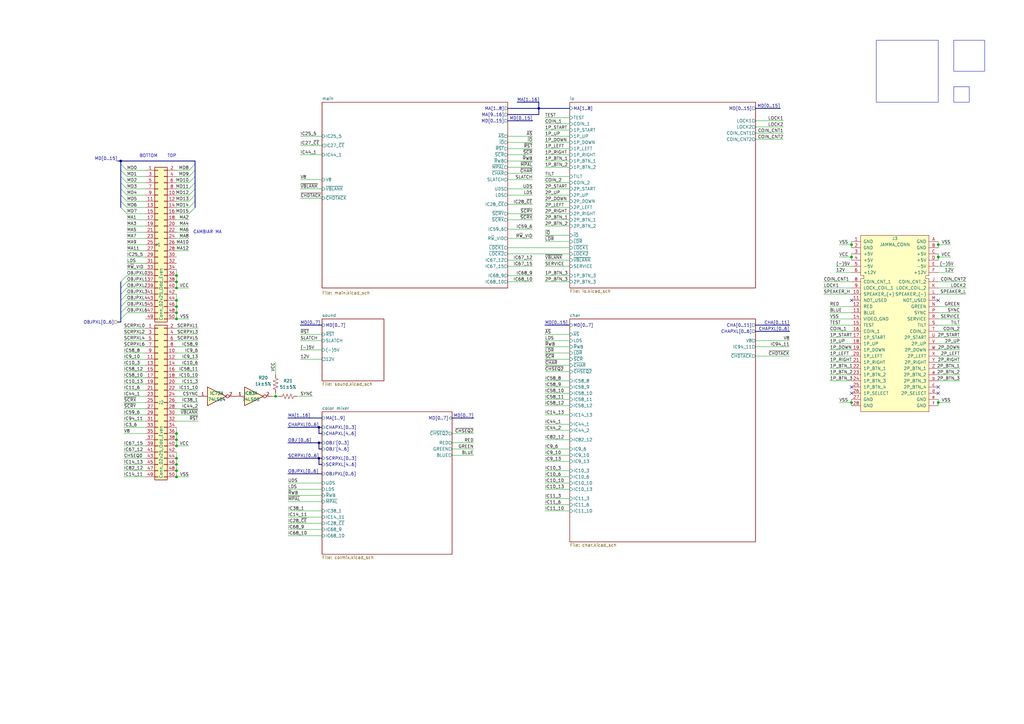
<source format=kicad_sch>
(kicad_sch (version 20231120) (generator "eeschema") (generator_version "8.0")
  (paper "A3")
  (title_block (title "Connectors and subsystems") (company "JOTEGO"))
  (lib_symbols
    (symbol "74xx:74LS05" (pin_names (offset 1.016))
      (property "Reference" "U" (at 0 1.27 0))
      (property "Value" "74LS05" (at 0 -1.27 0))
      (symbol "74LS05_1_0"
        (pin input line (at -7.62 0 0) (length 3.81) (name "~") (number "1"))
        (pin open_collector inverted (at 7.62 0 180) (length 3.81) (name "~") (number "2"))
      )
      (symbol "74LS05_2_0"
        (pin input line (at -7.62 0 0) (length 3.81) (name "~") (number "3"))
        (pin open_collector inverted (at 7.62 0 180) (length 3.81) (name "~") (number "4"))
      )
      (symbol "74LS05_3_0"
        (pin input line (at -7.62 0 0) (length 3.81) (name "~") (number "5"))
        (pin open_collector inverted (at 7.62 0 180) (length 3.81) (name "~") (number "6"))
      )
      (symbol "74LS05_4_0"
        (pin open_collector inverted (at 7.62 0 180) (length 3.81) (name "~") (number "8"))
        (pin input line (at -7.62 0 0) (length 3.81) (name "~") (number "9"))
      )
      (symbol "74LS05_5_0"
        (pin open_collector inverted (at 7.62 0 180) (length 3.81) (name "~") (number "10"))
        (pin input line (at -7.62 0 0) (length 3.81) (name "~") (number "11"))
      )
      (symbol "74LS05_6_0"
        (pin open_collector inverted (at 7.62 0 180) (length 3.81) (name "~") (number "12"))
        (pin input line (at -7.62 0 0) (length 3.81) (name "~") (number "13"))
      )
      (symbol "74LS05_7_0"
        (pin power_in line (at 0 12.7 270) (length 5.08) (name "VCC") (number "14"))
        (pin power_in line (at 0 -12.7 90) (length 5.08) (name "GND") (number "7"))
      )
    )
    (symbol "Connector_Generic:Conn_02x25_Odd_Even" (pin_names (offset 1.016) hide)
      (property "Reference" "J" (at 1.27 33.02 0))
      (property "Value" "Conn_02x25_Odd_Even" (at 1.27 -33.02 0))
      (symbol "Conn_02x25_Odd_Even_1_1"
        (pin passive line (at -5.08 30.48 0) (length 3.81) (name "Pin_1") (number "1"))
        (pin passive line (at 7.62 20.32 180) (length 3.81) (name "Pin_10") (number "10"))
        (pin passive line (at -5.08 17.78 0) (length 3.81) (name "Pin_11") (number "11"))
        (pin passive line (at 7.62 17.78 180) (length 3.81) (name "Pin_12") (number "12"))
        (pin passive line (at -5.08 15.24 0) (length 3.81) (name "Pin_13") (number "13"))
        (pin passive line (at 7.62 15.24 180) (length 3.81) (name "Pin_14") (number "14"))
        (pin passive line (at -5.08 12.7 0) (length 3.81) (name "Pin_15") (number "15"))
        (pin passive line (at 7.62 12.7 180) (length 3.81) (name "Pin_16") (number "16"))
        (pin passive line (at -5.08 10.16 0) (length 3.81) (name "Pin_17") (number "17"))
        (pin passive line (at 7.62 10.16 180) (length 3.81) (name "Pin_18") (number "18"))
        (pin passive line (at -5.08 7.62 0) (length 3.81) (name "Pin_19") (number "19"))
        (pin passive line (at 7.62 30.48 180) (length 3.81) (name "Pin_2") (number "2"))
        (pin passive line (at 7.62 7.62 180) (length 3.81) (name "Pin_20") (number "20"))
        (pin passive line (at -5.08 5.08 0) (length 3.81) (name "Pin_21") (number "21"))
        (pin passive line (at 7.62 5.08 180) (length 3.81) (name "Pin_22") (number "22"))
        (pin passive line (at -5.08 2.54 0) (length 3.81) (name "Pin_23") (number "23"))
        (pin passive line (at 7.62 2.54 180) (length 3.81) (name "Pin_24") (number "24"))
        (pin passive line (at -5.08 0 0) (length 3.81) (name "Pin_25") (number "25"))
        (pin passive line (at 7.62 0 180) (length 3.81) (name "Pin_26") (number "26"))
        (pin passive line (at -5.08 -2.54 0) (length 3.81) (name "Pin_27") (number "27"))
        (pin passive line (at 7.62 -2.54 180) (length 3.81) (name "Pin_28") (number "28"))
        (pin passive line (at -5.08 -5.08 0) (length 3.81) (name "Pin_29") (number "29"))
        (pin passive line (at -5.08 27.94 0) (length 3.81) (name "Pin_3") (number "3"))
        (pin passive line (at 7.62 -5.08 180) (length 3.81) (name "Pin_30") (number "30"))
        (pin passive line (at -5.08 -7.62 0) (length 3.81) (name "Pin_31") (number "31"))
        (pin passive line (at 7.62 -7.62 180) (length 3.81) (name "Pin_32") (number "32"))
        (pin passive line (at -5.08 -10.16 0) (length 3.81) (name "Pin_33") (number "33"))
        (pin passive line (at 7.62 -10.16 180) (length 3.81) (name "Pin_34") (number "34"))
        (pin passive line (at -5.08 -12.7 0) (length 3.81) (name "Pin_35") (number "35"))
        (pin passive line (at 7.62 -12.7 180) (length 3.81) (name "Pin_36") (number "36"))
        (pin passive line (at -5.08 -15.24 0) (length 3.81) (name "Pin_37") (number "37"))
        (pin passive line (at 7.62 -15.24 180) (length 3.81) (name "Pin_38") (number "38"))
        (pin passive line (at -5.08 -17.78 0) (length 3.81) (name "Pin_39") (number "39"))
        (pin passive line (at 7.62 27.94 180) (length 3.81) (name "Pin_4") (number "4"))
        (pin passive line (at 7.62 -17.78 180) (length 3.81) (name "Pin_40") (number "40"))
        (pin passive line (at -5.08 -20.32 0) (length 3.81) (name "Pin_41") (number "41"))
        (pin passive line (at 7.62 -20.32 180) (length 3.81) (name "Pin_42") (number "42"))
        (pin passive line (at -5.08 -22.86 0) (length 3.81) (name "Pin_43") (number "43"))
        (pin passive line (at 7.62 -22.86 180) (length 3.81) (name "Pin_44") (number "44"))
        (pin passive line (at -5.08 -25.4 0) (length 3.81) (name "Pin_45") (number "45"))
        (pin passive line (at 7.62 -25.4 180) (length 3.81) (name "Pin_46") (number "46"))
        (pin passive line (at -5.08 -27.94 0) (length 3.81) (name "Pin_47") (number "47"))
        (pin passive line (at 7.62 -27.94 180) (length 3.81) (name "Pin_48") (number "48"))
        (pin passive line (at -5.08 -30.48 0) (length 3.81) (name "Pin_49") (number "49"))
        (pin passive line (at -5.08 25.4 0) (length 3.81) (name "Pin_5") (number "5"))
        (pin passive line (at 7.62 -30.48 180) (length 3.81) (name "Pin_50") (number "50"))
        (pin passive line (at 7.62 25.4 180) (length 3.81) (name "Pin_6") (number "6"))
        (pin passive line (at -5.08 22.86 0) (length 3.81) (name "Pin_7") (number "7"))
        (pin passive line (at 7.62 22.86 180) (length 3.81) (name "Pin_8") (number "8"))
        (pin passive line (at -5.08 20.32 0) (length 3.81) (name "Pin_9") (number "9"))
      )
    )
    (symbol "Device:R_US" (pin_numbers hide) (pin_names (offset 0))
      (property "Reference" "R" (at 2.54 0 90))
      (property "Value" "R_US" (at -2.54 0 90))
      (symbol "R_US_1_1"
        (pin passive line (at 0 3.81 270) (length 1.27) (name "~") (number "1"))
        (pin passive line (at 0 -3.81 90) (length 1.27) (name "~") (number "2"))
      )
    )
    (symbol "arcade:JAMMA_CONN" (pin_names (offset 1.016))
      (property "Value" "JAMMA_CONN" (at 13.97 1.27 0))
      (symbol "JAMMA_CONN_1_1"
        (pin passive line (at -3.81 -2.54 0) (length 3.81) (name "GND") (number "1"))
        (pin input line (at -3.81 -24.13 0) (length 3.81) (name "SPEAKER_(+)") (number "10"))
        (pin unspecified line (at -3.81 -26.67 0) (length 3.81) (name "NOT_USED") (number "11"))
        (pin input line (at -3.81 -29.21 0) (length 3.81) (name "RED") (number "12"))
        (pin input line (at -3.81 -31.75 0) (length 3.81) (name "BLUE") (number "13"))
        (pin passive line (at -3.81 -34.29 0) (length 3.81) (name "VIDEO_GND") (number "14"))
        (pin input line (at -3.81 -36.83 0) (length 3.81) (name "TEST") (number "15"))
        (pin input line (at -3.81 -39.37 0) (length 3.81) (name "COIN_1") (number "16"))
        (pin input line (at -3.81 -41.91 0) (length 3.81) (name "1P_START") (number "17"))
        (pin input line (at -3.81 -44.45 0) (length 3.81) (name "1P_UP") (number "18"))
        (pin input line (at -3.81 -46.99 0) (length 3.81) (name "1P_DOWN") (number "19"))
        (pin passive line (at -3.81 -5.08 0) (length 3.81) (name "GND") (number "2"))
        (pin input line (at -3.81 -49.53 0) (length 3.81) (name "1P_LEFT") (number "20"))
        (pin input line (at -3.81 -52.07 0) (length 3.81) (name "1P_RIGHT") (number "21"))
        (pin input line (at -3.81 -54.61 0) (length 3.81) (name "1P_BTN_1") (number "22"))
        (pin input line (at -3.81 -57.15 0) (length 3.81) (name "1P_BTN_2") (number "23"))
        (pin input line (at -3.81 -59.69 0) (length 3.81) (name "1P_BTN_3") (number "24"))
        (pin input line (at -3.81 -62.23 0) (length 3.81) (name "1P_BTN_4") (number "25"))
        (pin input line (at -3.81 -64.77 0) (length 3.81) (name "1P_SELECT") (number "26"))
        (pin passive line (at -3.81 -67.31 0) (length 3.81) (name "GND") (number "27"))
        (pin passive line (at -3.81 -69.85 0) (length 3.81) (name "GND") (number "28"))
        (pin passive line (at -3.81 -7.62 0) (length 3.81) (name "+5V") (number "3"))
        (pin passive line (at -3.81 -10.16 0) (length 3.81) (name "+5V") (number "4"))
        (pin passive line (at -3.81 -12.7 0) (length 3.81) (name "-5V") (number "5"))
        (pin passive line (at -3.81 -15.24 0) (length 3.81) (name "+12V") (number "6"))
        (pin passive line (at -3.81 -19.05 0) (length 3.81) (name "COIN_CNT_1") (number "8"))
        (pin input line (at -3.81 -21.59 0) (length 3.81) (name "LOCK_COIL_1") (number "9"))
        (pin passive line (at 31.75 -2.54 180) (length 3.81) (name "GND") (number "A"))
        (pin passive line (at 31.75 -5.08 180) (length 3.81) (name "GND") (number "B"))
        (pin passive line (at 31.75 -7.62 180) (length 3.81) (name "+5V") (number "C"))
        (pin passive line (at 31.75 -10.16 180) (length 3.81) (name "+5V") (number "D"))
        (pin passive line (at 31.75 -12.7 180) (length 3.81) (name "-5V") (number "E"))
        (pin passive line (at 31.75 -15.24 180) (length 3.81) (name "+12V") (number "F"))
        (pin passive line (at 31.75 -19.05 180) (length 3.81) (name "COIN_CNT_2") (number "J"))
        (pin input line (at 31.75 -21.59 180) (length 3.81) (name "LOCK_COIL_2") (number "K"))
        (pin input line (at 31.75 -24.13 180) (length 3.81) (name "SPEAKER_(-)") (number "L"))
        (pin unspecified line (at 31.75 -26.67 180) (length 3.81) (name "NOT_USED") (number "M"))
        (pin input line (at 31.75 -29.21 180) (length 3.81) (name "GREEN") (number "N"))
        (pin input line (at 31.75 -31.75 180) (length 3.81) (name "SYNC") (number "P"))
        (pin input line (at 31.75 -34.29 180) (length 3.81) (name "SERVICE") (number "R"))
        (pin input line (at 31.75 -36.83 180) (length 3.81) (name "TILT") (number "S"))
        (pin input line (at 31.75 -39.37 180) (length 3.81) (name "COIN_2") (number "T"))
        (pin input line (at 31.75 -41.91 180) (length 3.81) (name "2P_START") (number "U"))
        (pin input line (at 31.75 -44.45 180) (length 3.81) (name "2P_UP") (number "V"))
        (pin input line (at 31.75 -46.99 180) (length 3.81) (name "2P_DOWN") (number "W"))
        (pin input line (at 31.75 -49.53 180) (length 3.81) (name "2P_LEFT") (number "X"))
        (pin input line (at 31.75 -52.07 180) (length 3.81) (name "2P_RIGHT") (number "Y"))
        (pin input line (at 31.75 -54.61 180) (length 3.81) (name "2P_BTN_1") (number "Z"))
        (pin input line (at 31.75 -57.15 180) (length 3.81) (name "2P_BTN_2") (number "a"))
        (pin input line (at 31.75 -59.69 180) (length 3.81) (name "2P_BTN_3") (number "b"))
        (pin input line (at 31.75 -62.23 180) (length 3.81) (name "2P_BTN_4") (number "c"))
        (pin input line (at 31.75 -64.77 180) (length 3.81) (name "2P_SELECT") (number "d"))
        (pin passive line (at 31.75 -67.31 180) (length 3.81) (name "GND") (number "e"))
        (pin passive line (at 31.75 -69.85 180) (length 3.81) (name "GND") (number "f"))
      )
    )
    (symbol "jt74:74LS04" (pin_names (offset 1.016))
      (property "Reference" "U" (at 0 1.27 0))
      (property "Value" "74LS04" (at 0 -1.27 0))
      (symbol "74LS04_1_0"
        (pin input line (at -7.62 0 0) (length 3.81) (name "~") (number "1"))
        (pin output inverted (at 7.62 0 180) (length 3.81) (name "~") (number "2"))
      )
      (symbol "74LS04_2_0"
        (pin input line (at -7.62 0 0) (length 3.81) (name "~") (number "3"))
        (pin output inverted (at 7.62 0 180) (length 3.81) (name "~") (number "4"))
      )
      (symbol "74LS04_3_0"
        (pin input line (at -7.62 0 0) (length 3.81) (name "~") (number "5"))
        (pin output inverted (at 7.62 0 180) (length 3.81) (name "~") (number "6"))
      )
      (symbol "74LS04_4_0"
        (pin output inverted (at 7.62 0 180) (length 3.81) (name "~") (number "8"))
        (pin input line (at -7.62 0 0) (length 3.81) (name "~") (number "9"))
      )
      (symbol "74LS04_5_0"
        (pin output inverted (at 7.62 0 180) (length 3.81) (name "~") (number "10"))
        (pin input line (at -7.62 0 0) (length 3.81) (name "~") (number "11"))
      )
      (symbol "74LS04_6_0"
        (pin output inverted (at 7.62 0 180) (length 3.81) (name "~") (number "12"))
        (pin input line (at -7.62 0 0) (length 3.81) (name "~") (number "13"))
      )
      (symbol "74LS04_7_0"
        (pin power_in line (at 0 7.62 270) (length 5.08) hide (name "VCC") (number "14"))
        (pin power_in line (at 0 -7.62 90) (length 5.08) hide (name "VSS") (number "7"))
      )
    )
  )
  (junction (at 72.39 182.88))
  (junction (at 72.39 125.73))
  (junction (at 384.81 105.41))
  (junction (at 72.39 123.19))
  (junction (at 49.53 66.04))
  (junction (at 130.81 187.96))
  (junction (at 72.39 115.57))
  (junction (at 72.39 177.8))
  (junction (at 72.39 113.03))
  (junction (at 349.25 105.41))
  (junction (at 72.39 180.34))
  (junction (at 113.03 162.56))
  (junction (at 349.25 100.33))
  (junction (at 72.39 187.96))
  (junction (at 220.98 44.45))
  (junction (at 72.39 130.81))
  (junction (at 130.81 175.26))
  (junction (at 349.25 165.1))
  (junction (at 72.39 190.5))
  (junction (at 130.81 181.61))
  (junction (at 72.39 193.04))
  (junction (at 72.39 118.11))
  (junction (at 72.39 128.27))
  (junction (at 384.81 100.33))
  (junction (at 72.39 195.58))
  (junction (at 384.81 165.1))
  (no_connect (at 384.81 158.75))
  (no_connect (at 384.81 123.19))
  (no_connect (at 349.25 123.19))
  (no_connect (at 349.25 161.29))
  (no_connect (at 349.25 158.75))
  (no_connect (at 384.81 161.29))
  (bus_entry (at 80.01 72.39) (size -2.54 2.54))
  (bus_entry (at 80.01 69.85) (size -2.54 2.54))
  (bus_entry (at 49.53 69.85) (size 2.54 2.54))
  (bus_entry (at 52.07 113.03) (size -2.54 2.54))
  (bus_entry (at 52.07 115.57) (size -2.54 2.54))
  (bus_entry (at 49.53 74.93) (size 2.54 2.54))
  (bus_entry (at 49.53 80.01) (size 2.54 2.54))
  (bus_entry (at 80.01 77.47) (size -2.54 2.54))
  (bus_entry (at 80.01 67.31) (size -2.54 2.54))
  (bus_entry (at 80.01 82.55) (size -2.54 2.54))
  (bus_entry (at 49.53 72.39) (size 2.54 2.54))
  (bus_entry (at 49.53 82.55) (size 2.54 2.54))
  (bus_entry (at 52.07 120.65) (size -2.54 2.54))
  (bus_entry (at 52.07 123.19) (size -2.54 2.54))
  (bus_entry (at 49.53 85.09) (size 2.54 2.54))
  (bus_entry (at 49.53 67.31) (size 2.54 2.54))
  (bus_entry (at 80.01 74.93) (size -2.54 2.54))
  (bus_entry (at 80.01 85.09) (size -2.54 2.54))
  (bus_entry (at 52.07 118.11) (size -2.54 2.54))
  (bus_entry (at 49.53 77.47) (size 2.54 2.54))
  (bus_entry (at 80.01 80.01) (size -2.54 2.54))
  (bus_entry (at 52.07 128.27) (size -2.54 2.54))
  (bus_entry (at 52.07 125.73) (size -2.54 2.54))
  (wire (pts (xy 50.8 170.18) (xy 59.69 170.18)))
  (wire (pts (xy 52.07 97.79) (xy 59.69 97.79)))
  (wire (pts (xy 340.36 133.35) (xy 349.25 133.35)))
  (bus (pts (xy 218.44 49.53) (xy 208.28 49.53)))
  (bus (pts (xy 80.01 74.93) (xy 80.01 77.47)))
  (wire (pts (xy 218.44 83.82) (xy 208.28 83.82)))
  (wire (pts (xy 118.11 203.2) (xy 132.08 203.2)))
  (wire (pts (xy 81.28 134.62) (xy 72.39 134.62)))
  (wire (pts (xy 50.8 175.26) (xy 59.69 175.26)))
  (wire (pts (xy 218.44 68.58) (xy 208.28 68.58)))
  (wire (pts (xy 223.52 80.01) (xy 233.68 80.01)))
  (wire (pts (xy 72.39 102.87) (xy 77.47 102.87)))
  (wire (pts (xy 223.52 137.16) (xy 233.68 137.16)))
  (wire (pts (xy 223.52 68.58) (xy 233.68 68.58)))
  (wire (pts (xy 50.8 172.72) (xy 59.69 172.72)))
  (bus (pts (xy 323.85 133.35) (xy 309.88 133.35)))
  (wire (pts (xy 340.36 151.13) (xy 349.25 151.13)))
  (wire (pts (xy 72.39 82.55) (xy 77.47 82.55)))
  (wire (pts (xy 218.44 90.17) (xy 208.28 90.17)))
  (wire (pts (xy 72.39 190.5) (xy 72.39 193.04)))
  (wire (pts (xy 72.39 110.49) (xy 72.39 113.03)))
  (wire (pts (xy 309.88 146.05) (xy 323.85 146.05)))
  (wire (pts (xy 223.52 144.78) (xy 233.68 144.78)))
  (wire (pts (xy 72.39 187.96) (xy 72.39 190.5)))
  (wire (pts (xy 72.39 118.11) (xy 72.39 115.57)))
  (wire (pts (xy 194.31 177.8) (xy 185.42 177.8)))
  (wire (pts (xy 223.52 58.42) (xy 233.68 58.42)))
  (wire (pts (xy 113.03 162.56) (xy 113.03 161.29)))
  (wire (pts (xy 50.8 137.16) (xy 59.69 137.16)))
  (wire (pts (xy 349.25 165.1) (xy 344.17 165.1)))
  (wire (pts (xy 128.27 162.56) (xy 121.92 162.56)))
  (bus (pts (xy 118.11 175.26) (xy 130.81 175.26)))
  (wire (pts (xy 72.39 128.27) (xy 72.39 125.73)))
  (bus (pts (xy 130.81 175.26) (xy 132.08 175.26)))
  (wire (pts (xy 396.24 120.65) (xy 384.81 120.65)))
  (wire (pts (xy 123.19 63.5) (xy 132.08 63.5)))
  (wire (pts (xy 223.52 106.68) (xy 233.68 106.68)))
  (wire (pts (xy 223.52 161.29) (xy 233.68 161.29)))
  (bus (pts (xy 49.53 67.31) (xy 49.53 69.85)))
  (wire (pts (xy 72.39 90.17) (xy 77.47 90.17)))
  (wire (pts (xy 321.31 57.15) (xy 309.88 57.15)))
  (wire (pts (xy 223.52 147.32) (xy 233.68 147.32)))
  (wire (pts (xy 218.44 113.03) (xy 208.28 113.03)))
  (wire (pts (xy 52.07 100.33) (xy 59.69 100.33)))
  (bus (pts (xy 132.08 171.45) (xy 118.11 171.45)))
  (wire (pts (xy 81.28 170.18) (xy 72.39 170.18)))
  (wire (pts (xy 123.19 55.88) (xy 132.08 55.88)))
  (wire (pts (xy 393.7 133.35) (xy 384.81 133.35)))
  (wire (pts (xy 50.8 193.04) (xy 59.69 193.04)))
  (bus (pts (xy 49.53 123.19) (xy 49.53 125.73)))
  (bus (pts (xy 194.31 171.45) (xy 185.42 171.45)))
  (wire (pts (xy 384.81 165.1) (xy 389.89 165.1)))
  (wire (pts (xy 81.28 142.24) (xy 72.39 142.24)))
  (wire (pts (xy 218.44 55.88) (xy 208.28 55.88)))
  (wire (pts (xy 384.81 165.1) (xy 384.81 163.83)))
  (wire (pts (xy 393.7 138.43) (xy 384.81 138.43)))
  (wire (pts (xy 218.44 71.12) (xy 208.28 71.12)))
  (wire (pts (xy 223.52 207.01) (xy 233.68 207.01)))
  (bus (pts (xy 80.01 67.31) (xy 80.01 69.85)))
  (wire (pts (xy 223.52 173.99) (xy 233.68 173.99)))
  (wire (pts (xy 396.24 118.11) (xy 384.81 118.11)))
  (wire (pts (xy 50.8 157.48) (xy 59.69 157.48)))
  (wire (pts (xy 223.52 55.88) (xy 233.68 55.88)))
  (wire (pts (xy 349.25 163.83) (xy 349.25 165.1)))
  (wire (pts (xy 223.52 170.18) (xy 233.68 170.18)))
  (wire (pts (xy 337.82 115.57) (xy 349.25 115.57)))
  (wire (pts (xy 337.82 118.11) (xy 349.25 118.11)))
  (wire (pts (xy 340.36 128.27) (xy 349.25 128.27)))
  (wire (pts (xy 384.81 130.81) (xy 393.7 130.81)))
  (wire (pts (xy 223.52 115.57) (xy 233.68 115.57)))
  (wire (pts (xy 223.52 198.12) (xy 233.68 198.12)))
  (wire (pts (xy 72.39 182.88) (xy 77.47 182.88)))
  (wire (pts (xy 81.28 144.78) (xy 72.39 144.78)))
  (bus (pts (xy 130.81 177.8) (xy 130.81 175.26)))
  (wire (pts (xy 223.52 66.04) (xy 233.68 66.04)))
  (wire (pts (xy 72.39 72.39) (xy 77.47 72.39)))
  (wire (pts (xy 340.36 125.73) (xy 349.25 125.73)))
  (wire (pts (xy 72.39 123.19) (xy 72.39 125.73)))
  (wire (pts (xy 72.39 193.04) (xy 72.39 195.58)))
  (wire (pts (xy 223.52 109.22) (xy 233.68 109.22)))
  (wire (pts (xy 384.81 109.22) (xy 391.16 109.22)))
  (wire (pts (xy 118.11 214.63) (xy 132.08 214.63)))
  (wire (pts (xy 349.25 99.06) (xy 349.25 100.33)))
  (wire (pts (xy 384.81 104.14) (xy 384.81 105.41)))
  (wire (pts (xy 349.25 100.33) (xy 344.17 100.33)))
  (wire (pts (xy 223.52 48.26) (xy 233.68 48.26)))
  (wire (pts (xy 72.39 95.25) (xy 77.47 95.25)))
  (wire (pts (xy 50.8 177.8) (xy 59.69 177.8)))
  (wire (pts (xy 123.19 147.32) (xy 132.08 147.32)))
  (wire (pts (xy 223.52 156.21) (xy 233.68 156.21)))
  (wire (pts (xy 59.69 82.55) (xy 52.07 82.55)))
  (bus (pts (xy 49.53 66.04) (xy 80.01 66.04)))
  (wire (pts (xy 59.69 85.09) (xy 52.07 85.09)))
  (wire (pts (xy 50.8 162.56) (xy 59.69 162.56)))
  (bus (pts (xy 80.01 69.85) (xy 80.01 72.39)))
  (wire (pts (xy 59.69 69.85) (xy 52.07 69.85)))
  (bus (pts (xy 49.53 115.57) (xy 49.53 118.11)))
  (bus (pts (xy 132.08 190.5) (xy 130.81 190.5)))
  (wire (pts (xy 50.8 182.88) (xy 59.69 182.88)))
  (wire (pts (xy 72.39 180.34) (xy 72.39 182.88)))
  (wire (pts (xy 72.39 118.11) (xy 77.47 118.11)))
  (bus (pts (xy 208.28 46.99) (xy 220.98 46.99)))
  (wire (pts (xy 349.25 105.41) (xy 349.25 106.68)))
  (wire (pts (xy 81.28 162.56) (xy 72.39 162.56)))
  (wire (pts (xy 81.28 149.86) (xy 72.39 149.86)))
  (wire (pts (xy 72.39 97.79) (xy 77.47 97.79)))
  (bus (pts (xy 130.81 184.15) (xy 130.81 181.61)))
  (bus (pts (xy 130.81 190.5) (xy 130.81 187.96)))
  (wire (pts (xy 384.81 100.33) (xy 384.81 101.6)))
  (wire (pts (xy 218.44 87.63) (xy 208.28 87.63)))
  (bus (pts (xy 49.53 80.01) (xy 49.53 82.55)))
  (wire (pts (xy 340.36 140.97) (xy 349.25 140.97)))
  (wire (pts (xy 223.52 204.47) (xy 233.68 204.47)))
  (wire (pts (xy 393.7 148.59) (xy 384.81 148.59)))
  (bus (pts (xy 49.53 82.55) (xy 49.53 85.09)))
  (wire (pts (xy 81.28 137.16) (xy 72.39 137.16)))
  (wire (pts (xy 81.28 152.4) (xy 72.39 152.4)))
  (wire (pts (xy 50.8 160.02) (xy 59.69 160.02)))
  (wire (pts (xy 223.52 139.7) (xy 233.68 139.7)))
  (bus (pts (xy 80.01 77.47) (xy 80.01 80.01)))
  (bus (pts (xy 49.53 69.85) (xy 49.53 72.39)))
  (wire (pts (xy 52.07 125.73) (xy 59.69 125.73)))
  (wire (pts (xy 50.8 185.42) (xy 59.69 185.42)))
  (wire (pts (xy 72.39 185.42) (xy 72.39 187.96)))
  (wire (pts (xy 223.52 85.09) (xy 233.68 85.09)))
  (wire (pts (xy 123.19 81.28) (xy 132.08 81.28)))
  (wire (pts (xy 72.39 92.71) (xy 77.47 92.71)))
  (wire (pts (xy 223.52 176.53) (xy 233.68 176.53)))
  (wire (pts (xy 340.36 135.89) (xy 349.25 135.89)))
  (wire (pts (xy 223.52 90.17) (xy 233.68 90.17)))
  (wire (pts (xy 340.36 138.43) (xy 349.25 138.43)))
  (wire (pts (xy 52.07 113.03) (xy 59.69 113.03)))
  (wire (pts (xy 223.52 158.75) (xy 233.68 158.75)))
  (wire (pts (xy 349.25 165.1) (xy 349.25 166.37)))
  (wire (pts (xy 393.7 153.67) (xy 384.81 153.67)))
  (wire (pts (xy 81.28 139.7) (xy 72.39 139.7)))
  (wire (pts (xy 309.88 139.7) (xy 323.85 139.7)))
  (bus (pts (xy 49.53 77.47) (xy 49.53 80.01)))
  (bus (pts (xy 49.53 130.81) (xy 49.53 132.08)))
  (wire (pts (xy 118.11 217.17) (xy 132.08 217.17)))
  (bus (pts (xy 132.08 177.8) (xy 130.81 177.8)))
  (wire (pts (xy 132.08 143.51) (xy 123.19 143.51)))
  (wire (pts (xy 384.81 105.41) (xy 384.81 106.68)))
  (wire (pts (xy 52.07 107.95) (xy 59.69 107.95)))
  (wire (pts (xy 50.8 190.5) (xy 59.69 190.5)))
  (wire (pts (xy 59.69 77.47) (xy 52.07 77.47)))
  (wire (pts (xy 393.7 140.97) (xy 384.81 140.97)))
  (wire (pts (xy 123.19 77.47) (xy 132.08 77.47)))
  (wire (pts (xy 132.08 200.66) (xy 118.11 200.66)))
  (wire (pts (xy 223.52 142.24) (xy 233.68 142.24)))
  (bus (pts (xy 220.98 44.45) (xy 233.68 44.45)))
  (wire (pts (xy 208.28 104.14) (xy 233.68 104.14)))
  (wire (pts (xy 52.07 95.25) (xy 59.69 95.25)))
  (wire (pts (xy 349.25 104.14) (xy 349.25 105.41)))
  (wire (pts (xy 59.69 72.39) (xy 52.07 72.39)))
  (wire (pts (xy 52.07 90.17) (xy 59.69 90.17)))
  (wire (pts (xy 72.39 74.93) (xy 77.47 74.93)))
  (wire (pts (xy 72.39 130.81) (xy 77.47 130.81)))
  (wire (pts (xy 384.81 166.37) (xy 384.81 165.1)))
  (wire (pts (xy 113.03 162.56) (xy 114.3 162.56)))
  (wire (pts (xy 223.52 200.66) (xy 233.68 200.66)))
  (wire (pts (xy 50.8 149.86) (xy 59.69 149.86)))
  (wire (pts (xy 72.39 175.26) (xy 72.39 177.8)))
  (bus (pts (xy 118.11 187.96) (xy 130.81 187.96)))
  (wire (pts (xy 208.28 80.01) (xy 218.44 80.01)))
  (wire (pts (xy 223.52 152.4) (xy 233.68 152.4)))
  (wire (pts (xy 72.39 77.47) (xy 77.47 77.47)))
  (wire (pts (xy 72.39 87.63) (xy 77.47 87.63)))
  (wire (pts (xy 218.44 109.22) (xy 208.28 109.22)))
  (bus (pts (xy 80.01 82.55) (xy 80.01 85.09)))
  (bus (pts (xy 130.81 187.96) (xy 132.08 187.96)))
  (wire (pts (xy 223.52 82.55) (xy 233.68 82.55)))
  (wire (pts (xy 223.52 53.34) (xy 233.68 53.34)))
  (wire (pts (xy 218.44 97.79) (xy 208.28 97.79)))
  (bus (pts (xy 80.01 72.39) (xy 80.01 74.93)))
  (wire (pts (xy 321.31 54.61) (xy 309.88 54.61)))
  (wire (pts (xy 223.52 77.47) (xy 233.68 77.47)))
  (wire (pts (xy 52.07 105.41) (xy 59.69 105.41)))
  (wire (pts (xy 118.11 219.71) (xy 132.08 219.71)))
  (wire (pts (xy 223.52 72.39) (xy 233.68 72.39)))
  (wire (pts (xy 321.31 52.07) (xy 309.88 52.07)))
  (wire (pts (xy 384.81 100.33) (xy 389.89 100.33)))
  (wire (pts (xy 52.07 110.49) (xy 59.69 110.49)))
  (wire (pts (xy 50.8 167.64) (xy 59.69 167.64)))
  (bus (pts (xy 48.26 132.08) (xy 49.53 132.08)))
  (wire (pts (xy 118.11 205.74) (xy 132.08 205.74)))
  (wire (pts (xy 340.36 146.05) (xy 349.25 146.05)))
  (wire (pts (xy 340.36 143.51) (xy 349.25 143.51)))
  (wire (pts (xy 123.19 139.7) (xy 132.08 139.7)))
  (wire (pts (xy 81.28 172.72) (xy 72.39 172.72)))
  (wire (pts (xy 223.52 113.03) (xy 233.68 113.03)))
  (bus (pts (xy 49.53 128.27) (xy 49.53 130.81)))
  (wire (pts (xy 223.52 50.8) (xy 233.68 50.8)))
  (wire (pts (xy 393.7 128.27) (xy 384.81 128.27)))
  (bus (pts (xy 49.53 120.65) (xy 49.53 123.19)))
  (wire (pts (xy 223.52 195.58) (xy 233.68 195.58)))
  (bus (pts (xy 49.53 72.39) (xy 49.53 74.93)))
  (wire (pts (xy 123.19 73.66) (xy 132.08 73.66)))
  (wire (pts (xy 81.28 154.94) (xy 72.39 154.94)))
  (wire (pts (xy 223.52 186.69) (xy 233.68 186.69)))
  (wire (pts (xy 59.69 74.93) (xy 52.07 74.93)))
  (wire (pts (xy 223.52 87.63) (xy 233.68 87.63)))
  (wire (pts (xy 223.52 184.15) (xy 233.68 184.15)))
  (bus (pts (xy 132.08 184.15) (xy 130.81 184.15)))
  (wire (pts (xy 223.52 92.71) (xy 233.68 92.71)))
  (wire (pts (xy 223.52 189.23) (xy 233.68 189.23)))
  (bus (pts (xy 220.98 46.99) (xy 220.98 44.45)))
  (wire (pts (xy 81.28 157.48) (xy 72.39 157.48)))
  (wire (pts (xy 50.8 142.24) (xy 59.69 142.24)))
  (wire (pts (xy 72.39 80.01) (xy 77.47 80.01)))
  (wire (pts (xy 223.52 166.37) (xy 233.68 166.37)))
  (wire (pts (xy 72.39 177.8) (xy 72.39 180.34)))
  (bus (pts (xy 212.09 41.91) (xy 220.98 41.91)))
  (wire (pts (xy 194.31 186.69) (xy 185.42 186.69)))
  (wire (pts (xy 218.44 106.68) (xy 208.28 106.68)))
  (wire (pts (xy 393.7 156.21) (xy 384.81 156.21)))
  (wire (pts (xy 349.25 109.22) (xy 342.9 109.22)))
  (wire (pts (xy 118.11 212.09) (xy 132.08 212.09)))
  (wire (pts (xy 384.81 99.06) (xy 384.81 100.33)))
  (wire (pts (xy 223.52 60.96) (xy 233.68 60.96)))
  (wire (pts (xy 72.39 69.85) (xy 77.47 69.85)))
  (bus (pts (xy 118.11 181.61) (xy 130.81 181.61)))
  (wire (pts (xy 340.36 156.21) (xy 349.25 156.21)))
  (bus (pts (xy 220.98 44.45) (xy 208.28 44.45)))
  (wire (pts (xy 218.44 58.42) (xy 208.28 58.42)))
  (wire (pts (xy 396.24 115.57) (xy 384.81 115.57)))
  (wire (pts (xy 393.7 146.05) (xy 384.81 146.05)))
  (bus (pts (xy 49.53 74.93) (xy 49.53 77.47)))
  (wire (pts (xy 208.28 77.47) (xy 218.44 77.47)))
  (wire (pts (xy 223.52 63.5) (xy 233.68 63.5)))
  (wire (pts (xy 321.31 49.53) (xy 309.88 49.53)))
  (wire (pts (xy 50.8 147.32) (xy 59.69 147.32)))
  (wire (pts (xy 349.25 100.33) (xy 349.25 101.6)))
  (wire (pts (xy 72.39 85.09) (xy 77.47 85.09)))
  (wire (pts (xy 52.07 87.63) (xy 59.69 87.63)))
  (wire (pts (xy 223.52 163.83) (xy 233.68 163.83)))
  (wire (pts (xy 52.07 115.57) (xy 59.69 115.57)))
  (wire (pts (xy 223.52 209.55) (xy 233.68 209.55)))
  (wire (pts (xy 194.31 184.15) (xy 185.42 184.15)))
  (bus (pts (xy 123.19 133.35) (xy 132.08 133.35)))
  (wire (pts (xy 194.31 181.61) (xy 185.42 181.61)))
  (wire (pts (xy 218.44 115.57) (xy 208.28 115.57)))
  (wire (pts (xy 309.88 142.24) (xy 323.85 142.24)))
  (wire (pts (xy 50.8 144.78) (xy 59.69 144.78)))
  (wire (pts (xy 59.69 80.01) (xy 52.07 80.01)))
  (wire (pts (xy 52.07 118.11) (xy 59.69 118.11)))
  (wire (pts (xy 393.7 151.13) (xy 384.81 151.13)))
  (wire (pts (xy 50.8 152.4) (xy 59.69 152.4)))
  (wire (pts (xy 223.52 96.52) (xy 233.68 96.52)))
  (bus (pts (xy 49.53 125.73) (xy 49.53 128.27)))
  (wire (pts (xy 81.28 147.32) (xy 72.39 147.32)))
  (wire (pts (xy 113.03 148.59) (xy 113.03 153.67)))
  (wire (pts (xy 340.36 130.81) (xy 349.25 130.81)))
  (wire (pts (xy 340.36 148.59) (xy 349.25 148.59)))
  (wire (pts (xy 52.07 120.65) (xy 59.69 120.65)))
  (wire (pts (xy 132.08 198.12) (xy 118.11 198.12)))
  (wire (pts (xy 218.44 66.04) (xy 208.28 66.04)))
  (wire (pts (xy 393.7 125.73) (xy 384.81 125.73)))
  (wire (pts (xy 208.28 101.6) (xy 233.68 101.6)))
  (bus (pts (xy 80.01 80.01) (xy 80.01 82.55)))
  (wire (pts (xy 52.07 123.19) (xy 59.69 123.19)))
  (wire (pts (xy 337.82 120.65) (xy 349.25 120.65)))
  (wire (pts (xy 223.52 74.93) (xy 233.68 74.93)))
  (wire (pts (xy 50.8 134.62) (xy 59.69 134.62)))
  (wire (pts (xy 52.07 128.27) (xy 59.69 128.27)))
  (wire (pts (xy 349.25 105.41) (xy 344.17 105.41)))
  (wire (pts (xy 52.07 102.87) (xy 59.69 102.87)))
  (wire (pts (xy 223.52 180.34) (xy 233.68 180.34)))
  (wire (pts (xy 123.19 137.16) (xy 132.08 137.16)))
  (bus (pts (xy 48.26 66.04) (xy 49.53 66.04)))
  (wire (pts (xy 123.19 59.69) (xy 132.08 59.69)))
  (wire (pts (xy 72.39 195.58) (xy 77.47 195.58)))
  (bus (pts (xy 80.01 67.31) (xy 80.01 66.04)))
  (wire (pts (xy 223.52 99.06) (xy 233.68 99.06)))
  (wire (pts (xy 223.52 193.04) (xy 233.68 193.04)))
  (wire (pts (xy 391.16 111.76) (xy 384.81 111.76)))
  (wire (pts (xy 50.8 154.94) (xy 59.69 154.94)))
  (wire (pts (xy 218.44 73.66) (xy 208.28 73.66)))
  (bus (pts (xy 49.53 66.04) (xy 49.53 67.31)))
  (wire (pts (xy 218.44 60.96) (xy 208.28 60.96)))
  (wire (pts (xy 72.39 120.65) (xy 72.39 123.19)))
  (wire (pts (xy 81.28 167.64) (xy 72.39 167.64)))
  (wire (pts (xy 340.36 153.67) (xy 349.25 153.67)))
  (wire (pts (xy 81.28 160.02) (xy 72.39 160.02)))
  (wire (pts (xy 72.39 128.27) (xy 72.39 130.81)))
  (bus (pts (xy 132.08 194.31) (xy 118.11 194.31)))
  (wire (pts (xy 50.8 195.58) (xy 59.69 195.58)))
  (wire (pts (xy 72.39 100.33) (xy 77.47 100.33)))
  (bus (pts (xy 49.53 118.11) (xy 49.53 120.65)))
  (wire (pts (xy 223.52 149.86) (xy 233.68 149.86)))
  (wire (pts (xy 342.9 111.76) (xy 349.25 111.76)))
  (wire (pts (xy 393.7 143.51) (xy 384.81 143.51)))
  (wire (pts (xy 384.81 105.41) (xy 389.89 105.41)))
  (wire (pts (xy 50.8 187.96) (xy 59.69 187.96)))
  (wire (pts (xy 81.28 165.1) (xy 72.39 165.1)))
  (wire (pts (xy 118.11 209.55) (xy 132.08 209.55)))
  (wire (pts (xy 393.7 135.89) (xy 384.81 135.89)))
  (wire (pts (xy 218.44 63.5) (xy 208.28 63.5)))
  (wire (pts (xy 218.44 93.98) (xy 208.28 93.98)))
  (bus (pts (xy 223.52 133.35) (xy 233.68 133.35)))
  (bus (pts (xy 320.04 44.45) (xy 309.88 44.45)))
  (wire (pts (xy 50.8 139.7) (xy 59.69 139.7)))
  (bus (pts (xy 130.81 181.61) (xy 132.08 181.61)))
  (wire (pts (xy 50.8 165.1) (xy 59.69 165.1)))
  (wire (pts (xy 52.07 92.71) (xy 59.69 92.71)))
  (bus (pts (xy 220.98 41.91) (xy 220.98 44.45)))
  (bus (pts (xy 323.85 135.89) (xy 309.88 135.89)))
  (wire (pts (xy 113.03 162.56) (xy 111.76 162.56)))
  (wire (pts (xy 72.39 113.03) (xy 72.39 115.57)))
  (rectangle (start 359.41 16.51) (end 384.81 41.91))
  (rectangle (start 391.16 35.56) (end 397.51 41.91))
  (rectangle (start 391.16 16.51) (end 403.86 29.21))
  (text "CAMBIAR MA\n" (at 85.09 95.25 0) (effects (font (size 1.27 1.27))))
  (text "BOTTOM" (at 57.15 64.77 0) (effects (font (size 1.27 1.27)) (justify left bottom)))
  (text "TOP" (at 68.58 64.77 0) (effects (font (size 1.27 1.27)) (justify left bottom)))
  (label "~{SCR}" (at 223.52 147.32 0))
  (label "12V" (at 123.19 147.32 0))
  (label "MD12" (at 77.47 80.01 180))
  (label "IC27_~{CE}" (at 123.19 59.69 0))
  (label "2P_LEFT" (at 223.52 85.09 0))
  (label "2P_RIGHT" (at 223.52 87.63 0))
  (label "MD6" (at 52.07 85.09 0))
  (label "LDS" (at 52.07 107.95 0))
  (label "IC9_10" (at 50.8 147.32 0))
  (label "IC58_12" (at 50.8 152.4 0))
  (label "IC9_6" (at 223.52 184.15 0))
  (label "IC59_6" (at 218.44 93.98 180))
  (label "MD14" (at 77.47 85.09 180))
  (label "2P_RIGHT" (at 393.7 148.59 180))
  (label "IC68_10" (at 118.11 219.71 0))
  (label "GREEN" (at 393.7 125.73 180))
  (label "~{~{VBLANK}}" (at 81.28 170.18 180))
  (label "MA[1..16]" (at 118.11 171.45 0))
  (label "VSS" (at 344.17 100.33 0))
  (label "UDS" (at 218.44 77.47 180))
  (label "SPEAKER_H" (at 337.82 120.65 0))
  (label "IC14_13" (at 50.8 190.5 0))
  (label "BLUE" (at 340.36 128.27 0))
  (label "(-)5V" (at 391.16 109.22 180))
  (label "IC67_15" (at 50.8 182.88 0))
  (label "IC58_9" (at 81.28 142.24 180))
  (label "~{RST}" (at 218.44 60.96 180))
  (label "~{AS}" (at 223.52 137.16 0))
  (label "~{SCRY}" (at 50.8 167.64 0))
  (label "IC58_10" (at 223.52 161.29 0))
  (label "COIN_1" (at 340.36 135.89 0))
  (label "~{CHAR}" (at 223.52 149.86 0))
  (label "R~{W}_VID" (at 218.44 97.79 180))
  (label "LDS" (at 218.44 80.01 180))
  (label "~{CHDTACK}" (at 323.85 146.05 180))
  (label "CHA[0..11]" (at 323.85 133.35 180))
  (label "CHAPXL[0..6]" (at 118.11 175.26 0))
  (label "MA6" (at 77.47 95.25 180))
  (label "IC44_1" (at 123.19 63.5 0))
  (label "IC11_3" (at 81.28 157.48 180))
  (label "MA2" (at 77.47 90.17 180))
  (label "MD4" (at 52.07 80.01 0))
  (label "VCC" (at 113.03 148.59 270))
  (label "IC11_10" (at 81.28 160.02 180))
  (label "2P_START" (at 223.52 77.47 0))
  (label "LOCK1" (at 337.82 118.11 0))
  (label "IC3_6" (at 50.8 175.26 0))
  (label "MD5" (at 52.07 82.55 0))
  (label "IC58_11" (at 223.52 163.83 0))
  (label "MD13" (at 77.47 82.55 180))
  (label "MA10" (at 77.47 100.33 180))
  (label "(-)5V" (at 123.19 143.51 0))
  (label "2P_DOWN" (at 223.52 82.55 0))
  (label "MD[0..7]" (at 123.19 133.35 0))
  (label "MA3" (at 52.07 92.71 0))
  (label "~{IO}" (at 218.44 58.42 180))
  (label "LDS" (at 118.11 200.66 0))
  (label "~{~{VBLANK}}" (at 123.19 77.47 0))
  (label "SERVICE" (at 223.52 109.22 0))
  (label "IC10_6" (at 223.52 195.58 0))
  (label "IC28_~{CE}" (at 118.11 214.63 0))
  (label "~{R}WB" (at 223.52 142.24 0))
  (label "MD8" (at 77.47 69.85 180))
  (label "~{R}WB" (at 218.44 66.04 180))
  (label "OBJPXL1" (at 52.07 115.57 0))
  (label "SPEAKER_L" (at 396.24 120.65 180))
  (label "OBJPXL4" (at 52.07 123.19 0))
  (label "COIN_CNT1" (at 321.31 54.61 180))
  (label "IC44_1" (at 50.8 162.56 0))
  (label "IC11_10" (at 223.52 209.55 0))
  (label "IC44_1" (at 223.52 173.99 0))
  (label "IC58_8" (at 50.8 144.78 0))
  (label "~{CHDTACK}" (at 123.19 81.28 0))
  (label "1P_BTN_3" (at 340.36 156.21 0))
  (label "IC28_~{CE}" (at 218.44 83.82 180))
  (label "2P_UP" (at 393.7 140.97 180))
  (label "IC10_3" (at 50.8 149.86 0))
  (label "COIN_2" (at 393.7 135.89 180))
  (label "IC10_3" (at 223.52 193.04 0))
  (label "OBJPXL3" (at 52.07 120.65 0))
  (label "IC14_13" (at 223.52 170.18 0))
  (label "1P_UP" (at 340.36 140.97 0))
  (label "MA1" (at 52.07 90.17 0))
  (label "SCRPXL2" (at 50.8 137.16 0))
  (label "MD15" (at 77.47 87.63 180))
  (label "1P_START" (at 340.36 138.43 0))
  (label "MA[1..16]" (at 212.09 41.91 0))
  (label "2P_UP" (at 223.52 80.01 0))
  (label "2P_DOWN" (at 393.7 143.51 180))
  (label "MD0" (at 52.07 69.85 0))
  (label "MD1" (at 52.07 72.39 0))
  (label "IC58_9" (at 223.52 158.75 0))
  (label "1P_BTN_2" (at 340.36 153.67 0))
  (label "1P_BTN_1" (at 223.52 66.04 0))
  (label "OBJPXL6" (at 52.07 128.27 0))
  (label "SCRPXL3" (at 81.28 137.16 180))
  (label "COIN_CNT2" (at 321.31 57.15 180))
  (label "IC25_5" (at 52.07 105.41 0))
  (label "1P_BTN_2" (at 223.52 68.58 0))
  (label "BLUE" (at 194.31 186.69 180))
  (label "IC82_12" (at 50.8 193.04 0))
  (label "IC9_13" (at 223.52 189.23 0))
  (label "2P_BTN_1" (at 393.7 151.13 180))
  (label "~{SCRX}" (at 50.8 165.1 0))
  (label "IC44_2" (at 81.28 167.64 180))
  (label "MD11" (at 77.47 77.47 180))
  (label "MA4" (at 77.47 92.71 180))
  (label "1P_LEFT" (at 223.52 60.96 0))
  (label "SCRPXL1" (at 81.28 134.62 180))
  (label "~{MPAL}" (at 118.11 205.74 0))
  (label "V8" (at 123.19 73.66 0))
  (label "VCC" (at 77.47 118.11 180))
  (label "OBJPXL5" (at 52.07 125.73 0))
  (label "V8" (at 50.8 177.8 0))
  (label "IC67_12" (at 50.8 185.42 0))
  (label "CSYNC" (at 81.28 162.56 180))
  (label "COIN_CNT2" (at 396.24 115.57 180))
  (label "IC59_6" (at 50.8 170.18 0))
  (label "IC94_11" (at 50.8 172.72 0))
  (label "1P_BTN_3" (at 223.52 113.03 0))
  (label "OBJPXL2" (at 52.07 118.11 0))
  (label "MA9" (at 52.07 100.33 0))
  (label "MD9" (at 77.47 72.39 180))
  (label "SLATCH" (at 218.44 73.66 180))
  (label "CHSEQ0" (at 50.8 187.96 0))
  (label "OBJ'[0..6]" (at 118.11 181.61 0))
  (label "~{R}WB" (at 118.11 203.2 0))
  (label "~{~{VBLANK}}" (at 223.52 106.68 0))
  (label "MA12" (at 77.47 102.87 180))
  (label "TILT" (at 393.7 133.35 180))
  (label "2P_LEFT" (at 393.7 146.05 180))
  (label "VSS" (at 77.47 195.58 180))
  (label "IC11_3" (at 223.52 204.47 0))
  (label "IC67_15" (at 218.44 109.22 180))
  (label "~{SCRX}" (at 218.44 90.17 180))
  (label "MA7" (at 52.07 97.79 0))
  (label "MD10" (at 77.47 74.93 180))
  (label "1P_RIGHT" (at 340.36 148.59 0))
  (label "1P_LEFT" (at 340.36 146.05 0))
  (label "CHAPXL[0..6]" (at 323.85 135.89 180))
  (label "1P_DOWN" (at 340.36 143.51 0))
  (label "2P_BTN_3" (at 223.52 115.57 0))
  (label "1P_RIGHT" (at 223.52 63.5 0))
  (label "2P_BTN_3" (at 393.7 156.21 180))
  (label "OBJPXL[0..6]" (at 118.11 194.31 0))
  (label "IC25_5" (at 123.19 55.88 0))
  (label "VCC" (at 344.17 105.41 0))
  (label "IC10_13" (at 50.8 157.48 0))
  (label "MD[0..15]" (at 48.26 66.04 180))
  (label "GREEN" (at 194.31 184.15 180))
  (label "IC10_10" (at 223.52 198.12 0))
  (label "COIN_1" (at 223.52 50.8 0))
  (label "IC58_10" (at 50.8 154.94 0))
  (label "VSS" (at 344.17 165.1 0))
  (label "IC58_11" (at 81.28 152.4 180))
  (label "SLATCH" (at 123.19 139.7 0))
  (label "(-)5V" (at 342.9 109.22 0))
  (label "IC68_10" (at 218.44 115.57 180))
  (label "VSS" (at 389.89 165.1 180))
  (label "~{RST}" (at 123.19 137.16 0))
  (label "SCRPXL[0..6]" (at 118.11 187.96 0))
  (label "12V" (at 342.9 111.76 0))
  (label "LOCK1" (at 321.31 49.53 180))
  (label "SYNC" (at 128.27 162.56 180))
  (label "IC14_11" (at 50.8 195.58 0))
  (label "LOCK2" (at 321.31 52.07 180))
  (label "1P_UP" (at 223.52 55.88 0))
  (label "~{CHSEQ2}" (at 223.52 152.4 0))
  (label "2P_START" (at 393.7 138.43 180))
  (label "MD[0..15]" (at 223.52 133.35 0))
  (label "~{LDR}" (at 223.52 144.78 0))
  (label "IC9_10" (at 223.52 186.69 0))
  (label "SCRPXL5" (at 81.28 139.7 180))
  (label "IC14_11" (at 118.11 212.09 0))
  (label "IC11_6" (at 50.8 160.02 0))
  (label "~{LDR}" (at 223.52 99.06 0))
  (label "COIN_CNT1" (at 337.82 115.57 0))
  (label "IC44_2" (at 223.52 176.53 0))
  (label "LOCK2" (at 396.24 118.11 180))
  (label "2P_BTN_1" (at 223.52 90.17 0))
  (label "SYNC" (at 393.7 128.27 180))
  (label "VSS" (at 340.36 130.81 0))
  (label "~{CHAR}" (at 218.44 71.12 180))
  (label "~{RST}" (at 81.28 172.72 180))
  (label "SCRPXL6" (at 50.8 142.24 0))
  (label "IC38_1" (at 81.28 165.1 180))
  (label "~{SCR}" (at 218.44 63.5 180))
  (label "MA11" (at 52.07 102.87 0))
  (label "VCC" (at 77.47 182.88 180))
  (label "IC67_12" (at 218.44 106.68 180))
  (label "MA8" (at 77.47 97.79 180))
  (label "IC10_6" (at 81.28 149.86 180))
  (label "MD[0..15]" (at 218.44 49.53 180))
  (label "MD2" (at 52.07 74.93 0))
  (label "IC68_9" (at 218.44 113.03 180))
  (label "~{CHSEQ2}" (at 194.31 177.8 180))
  (label "1P_DOWN" (at 223.52 58.42 0))
  (label "LDS" (at 223.52 139.7 0))
  (label "IC10_13" (at 223.52 200.66 0))
  (label "MD[0..7]" (at 194.31 171.45 180))
  (label "COIN_2" (at 223.52 74.93 0))
  (label "12V" (at 391.16 111.76 180))
  (label "UDS" (at 118.11 198.12 0))
  (label "2P_BTN_2" (at 393.7 153.67 180))
  (label "VCC" (at 389.89 105.41 180))
  (label "V8" (at 323.85 139.7 180))
  (label "~{MPAL}" (at 218.44 68.58 180))
  (label "SCRPXL4" (at 50.8 139.7 0))
  (label "R~{W}_VID" (at 52.07 110.49 0))
  (label "SCRPXL0" (at 50.8 134.62 0))
  (label "MD3" (at 52.07 77.47 0))
  (label "IC68_9" (at 118.11 217.17 0))
  (label "~{SCRY}" (at 218.44 87.63 180))
  (label "IC10_10" (at 81.28 154.94 180))
  (label "IC58_12" (at 223.52 166.37 0))
  (label "SERVICE" (at 393.7 130.81 180))
  (label "TEST" (at 223.52 48.26 0))
  (label "IC9_6" (at 81.28 144.78 180))
  (label "1P_BTN_1" (at 340.36 151.13 0))
  (label "TILT" (at 223.52 72.39 0))
  (label "IC11_6" (at 223.52 207.01 0))
  (label "1P_START" (at 223.52 53.34 0))
  (label "VSS" (at 389.89 100.33 180))
  (label "MA5" (at 52.07 95.25 0))
  (label "RED" (at 340.36 125.73 0))
  (label "OBJPXL0" (at 52.07 113.03 0))
  (label "IC38_1" (at 118.11 209.55 0))
  (label "IC58_8" (at 223.52 156.21 0))
  (label "MD[0..15]" (at 320.04 44.45 180))
  (label "VSS" (at 77.47 130.81 180))
  (label "RED" (at 194.31 181.61 180))
  (label "IC94_11" (at 323.85 142.24 180))
  (label "IC9_13" (at 81.28 147.32 180))
  (label "MD7" (at 52.07 87.63 0))
  (label "IC82_12" (at 223.52 180.34 0))
  (label "~{AS}" (at 218.44 55.88 180))
  (label "2P_BTN_2" (at 223.52 92.71 0))
  (label "TEST" (at 340.36 133.35 0))
  (label "~{IO}" (at 223.52 96.52 0))
  (hierarchical_label "OBJPXL[0..6]" (shape input) (at 48.26 132.08 180))
  (symbol (lib_id "Device:R_US") (at 113.03 157.48 0) (unit 1)
    (property "Reference" "R20" (at 107.95 154.94 0))
    (property "Value" "1k±5%" (at 107.95 157.48 0))
    (property "Description" "Resistor, US symbol" (effects (hide yes)))
  )
  (symbol (lib_id "74xx:74LS05") (at 104.14 162.56 0) (unit 1)
    (property "Reference" "IC83" (at 102.87 161.29 0))
    (property "Value" "74LS05" (at 102.87 163.83 0))
    (property "Datasheet" "http://www.ti.com/lit/gpn/sn74LS05" (effects (hide yes)))
    (property "Description" "Inverter Open Collect" (effects (hide yes)))
  )
  (symbol (lib_id "Connector_Generic:Conn_02x25_Odd_Even") (at 64.77 100.33 0) (unit 1)
    (property "Reference" "J1" (at 64.77 100.33 0))
    (property "Value" "Conn_02x25_Odd_Even" (at 66.04 120.65 90))
    (property "Description" "Generic connector, double row, 02x25, odd/even pin numbering scheme (row 1 odd numbers, row 2 even numbers), script generated (kicad-library-utils/schlib/autogen/connector/)" (effects (hide yes)))
  )
  (symbol (lib_id "Device:R_US") (at 118.11 162.56 90) (unit 1)
    (property "Reference" "R21" (at 118.11 156.21 90))
    (property "Value" "51±5%" (at 118.11 158.75 90))
    (property "Description" "Resistor, US symbol" (effects (hide yes)))
  )
  (symbol (lib_id "jt74:74LS04") (at 88.9 162.56 0) (unit 1)
    (property "Reference" "IC72" (at 88.9 161.29 0))
    (property "Value" "74LS04" (at 88.9 163.83 0))
    (property "Datasheet" "http://www.ti.com/lit/gpn/sn74LS04" (effects (hide yes)))
    (property "Description" "Hex Inverter" (effects (hide yes)))
  )
  (symbol (lib_id "arcade:JAMMA_CONN") (at 353.06 96.52 0) (unit 1)
    (property "Reference" "J3" (at 367.03 97.79 0))
    (property "Value" "JAMMA_CONN" (at 367.03 100.33 0))
    (property "Footprint" "skutis:JAMMA-56" (effects (hide yes)))
    (property "Description" "JAMMA Edge Connector" (effects (hide yes)))
  )
  (symbol (lib_id "Connector_Generic:Conn_02x25_Odd_Even") (at 64.77 165.1 0) (unit 1)
    (property "Reference" "J2" (at 66.04 165.1 0))
    (property "Value" "Conn_02x25_Odd_Even" (at 66.04 185.42 90))
    (property "Description" "Generic connector, double row, 02x25, odd/even pin numbering scheme (row 1 odd numbers, row 2 even numbers), script generated (kicad-library-utils/schlib/autogen/connector/)" (effects (hide yes)))
  )
  (sheet (at 132.08 168.91) (size 53.34 58.42) (stroke (width 0.1524))
    (property "Sheetname" "color mixer" (at 132.08 168.1984 0) (effects (justify left bottom)))
    (property "Sheetfile" "colmix.kicad_sch" (at 132.08 227.9146 0) (effects (justify left top)))
    (pin "SCRPXL[4..6]" input (at 132.08 190.5 180))
    (pin "OBJ'[4..6]" input (at 132.08 184.15 180))
    (pin "CHAPXL[4..6]" input (at 132.08 177.8 180))
    (pin "~{MPAL}" input (at 132.08 205.74 180))
    (pin "MA[1..9]" input (at 132.08 171.45 180))
    (pin "CHAPXL[0..3]" input (at 132.08 175.26 180))
    (pin "OBJ'[0..3]" input (at 132.08 181.61 180))
    (pin "SCRPXL[0..3]" input (at 132.08 187.96 180))
    (pin "IC38_1" input (at 132.08 209.55 180))
    (pin "~{CHSEQ2}" output (at 185.42 177.8 0))
    (pin "IC14_11" input (at 132.08 212.09 180))
    (pin "GREEN" output (at 185.42 184.15 0))
    (pin "RED" output (at 185.42 181.61 0))
    (pin "BLUE" output (at 185.42 186.69 0))
    (pin "LDS" input (at 132.08 200.66 180))
    (pin "~{R}WB" input (at 132.08 203.2 180))
    (pin "IC68_10" input (at 132.08 219.71 180))
    (pin "MD[0..7]" bidirectional (at 185.42 171.45 0))
    (pin "OBJPXL[0..6]" input (at 132.08 194.31 180))
    (pin "UDS" input (at 132.08 198.12 180))
    (pin "IC68_9" input (at 132.08 217.17 180))
    (pin "IC28_~{CE}" input (at 132.08 214.63 180))
  )
  (sheet (at 132.08 41.91) (size 76.2 76.2) (stroke (width 0.1524))
    (property "Sheetname" "main" (at 132.08 41.1984 0) (effects (justify left bottom)))
    (property "Sheetfile" "main.kicad_sch" (at 132.08 119.38 0) (effects (justify left top)))
    (pin "MD[0..15]" output (at 208.28 49.53 0))
    (pin "~{AS}" output (at 208.28 55.88 0))
    (pin "~{RST}" output (at 208.28 60.96 0))
    (pin "MA[1..8]" output (at 208.28 44.45 0))
    (pin "~{SCR}" output (at 208.28 63.5 0))
    (pin "IC68_10" output (at 208.28 115.57 0))
    (pin "IC59_6" output (at 208.28 93.98 0))
    (pin "~{MPAL}" output (at 208.28 68.58 0))
    (pin "~{IO}" output (at 208.28 58.42 0))
    (pin "~{R}WB" output (at 208.28 66.04 0))
    (pin "R~{W}_VID" output (at 208.28 97.79 0))
    (pin "LDS" output (at 208.28 80.01 0))
    (pin "UDS" output (at 208.28 77.47 0))
    (pin "IC68_9" output (at 208.28 113.03 0))
    (pin "IC28_~{CE}" output (at 208.28 83.82 0))
    (pin "MA[9..16]" output (at 208.28 46.99 0))
    (pin "SLATCH" output (at 208.28 73.66 0))
    (pin "~{SCRX}" output (at 208.28 90.17 0))
    (pin "~{SCRY}" output (at 208.28 87.63 0))
    (pin "~{CHAR}" output (at 208.28 71.12 0))
    (pin "IC67_12" output (at 208.28 106.68 0))
    (pin "IC67_15" output (at 208.28 109.22 0))
    (pin "IC27_~{CE}" output (at 132.08 59.69 180))
    (pin "IC44_1" input (at 132.08 63.5 180))
    (pin "~{CHDTACK}" input (at 132.08 81.28 180))
    (pin "IC25_5" input (at 132.08 55.88 180))
    (pin "~{~{VBLANK}}" input (at 132.08 77.47 180))
    (pin "V8" input (at 132.08 73.66 180))
    (pin "~{LOCK1}" output (at 208.28 101.6 0))
    (pin "~{LOCK2}" output (at 208.28 104.14 0))
  )
  (sheet (at 233.68 41.91) (size 76.2 76.2) (stroke (width 0.1524))
    (property "Sheetname" "io" (at 233.68 41.1984 0) (effects (justify left bottom)))
    (property "Sheetfile" "io.kicad_sch" (at 233.68 118.6946 0) (effects (justify left top)))
    (pin "~{~{VBLANK}}" input (at 233.68 106.68 180))
    (pin "~{IO}" input (at 233.68 96.52 180))
    (pin "~{LDR}" input (at 233.68 99.06 180))
    (pin "MA[1..8]" input (at 233.68 44.45 180))
    (pin "1P_RIGHT" input (at 233.68 63.5 180))
    (pin "1P_BTN_1" input (at 233.68 66.04 180))
    (pin "1P_BTN_2" input (at 233.68 68.58 180))
    (pin "COIN_1" input (at 233.68 50.8 180))
    (pin "TEST" input (at 233.68 48.26 180))
    (pin "TILT" input (at 233.68 72.39 180))
    (pin "SERVICE" input (at 233.68 109.22 180))
    (pin "1P_LEFT" input (at 233.68 60.96 180))
    (pin "1P_DOWN" input (at 233.68 58.42 180))
    (pin "1P_START" input (at 233.68 53.34 180))
    (pin "1P_UP" input (at 233.68 55.88 180))
    (pin "2P_DOWN" input (at 233.68 82.55 180))
    (pin "2P_START" input (at 233.68 77.47 180))
    (pin "2P_LEFT" input (at 233.68 85.09 180))
    (pin "2P_UP" input (at 233.68 80.01 180))
    (pin "2P_RIGHT" input (at 233.68 87.63 180))
    (pin "2P_BTN_2" input (at 233.68 92.71 180))
    (pin "2P_BTN_1" input (at 233.68 90.17 180))
    (pin "COIN_2" input (at 233.68 74.93 180))
    (pin "MD[0..15]" output (at 309.88 44.45 0))
    (pin "COIN_CNT2" output (at 309.88 57.15 0))
    (pin "COIN_CNT1" output (at 309.88 54.61 0))
    (pin "LOCK2" output (at 309.88 52.07 0))
    (pin "LOCK1" output (at 309.88 49.53 0))
    (pin "~{LOCK1}" input (at 233.68 101.6 180))
    (pin "~{LOCK2}" input (at 233.68 104.14 180))
    (pin "1P_BTN_3" input (at 233.68 113.03 180))
    (pin "2P_BTN_3" input (at 233.68 115.57 180))
  )
  (sheet (at 132.08 130.81) (size 25.4 25.4) (stroke (width 0.1524))
    (property "Sheetname" "sound" (at 132.08 130.0984 0) (effects (justify left bottom)))
    (property "Sheetfile" "sound.kicad_sch" (at 132.08 156.7946 0) (effects (justify left top)))
    (pin "MD[0..7]" input (at 132.08 133.35 180))
    (pin "SLATCH" input (at 132.08 139.7 180))
    (pin "~{RST}" input (at 132.08 137.16 180))
    (pin "(-)5V" input (at 132.08 143.51 180))
    (pin "12V" passive (at 132.08 147.32 180))
  )
  (sheet (at 233.68 130.81) (size 76.2 91.44) (stroke (width 0.1524))
    (property "Sheetname" "char" (at 233.68 130.0984 0) (effects (justify left bottom)))
    (property "Sheetfile" "char.kicad_sch" (at 233.68 222.8346 0) (effects (justify left top)))
    (pin "IC14_13" input (at 233.68 170.18 180))
    (pin "IC11_6" input (at 233.68 207.01 180))
    (pin "IC11_10" input (at 233.68 209.55 180))
    (pin "IC11_3" input (at 233.68 204.47 180))
    (pin "~{AS}" input (at 233.68 137.16 180))
    (pin "IC82_12" input (at 233.68 180.34 180))
    (pin "~{CHAR}" input (at 233.68 149.86 180))
    (pin "~{SCR}" input (at 233.68 147.32 180))
    (pin "~{R}WB" input (at 233.68 142.24 180))
    (pin "IC94_11" output (at 309.88 142.24 0))
    (pin "V8" output (at 309.88 139.7 0))
    (pin "LDS" input (at 233.68 139.7 180))
    (pin "CHA[0..11]" output (at 309.88 133.35 0))
    (pin "CHAPXL[0..6]" output (at 309.88 135.89 0))
    (pin "~{CHDTACK}" output (at 309.88 146.05 0))
    (pin "~{CHSEQ2}" input (at 233.68 152.4 180))
    (pin "IC58_8" input (at 233.68 156.21 180))
    (pin "IC58_11" input (at 233.68 163.83 180))
    (pin "IC58_9" input (at 233.68 158.75 180))
    (pin "IC58_10" input (at 233.68 161.29 180))
    (pin "IC58_12" input (at 233.68 166.37 180))
    (pin "IC44_2" input (at 233.68 176.53 180))
    (pin "IC44_1" input (at 233.68 173.99 180))
    (pin "MD[0..7]" input (at 233.68 133.35 180))
    (pin "IC9_10" input (at 233.68 186.69 180))
    (pin "IC9_6" input (at 233.68 184.15 180))
    (pin "IC9_13" input (at 233.68 189.23 180))
    (pin "IC10_3" input (at 233.68 193.04 180))
    (pin "IC10_10" input (at 233.68 198.12 180))
    (pin "~{LDR}" input (at 233.68 144.78 180))
    (pin "IC10_6" input (at 233.68 195.58 180))
    (pin "IC10_13" input (at 233.68 200.66 180))
  )
)
</source>
